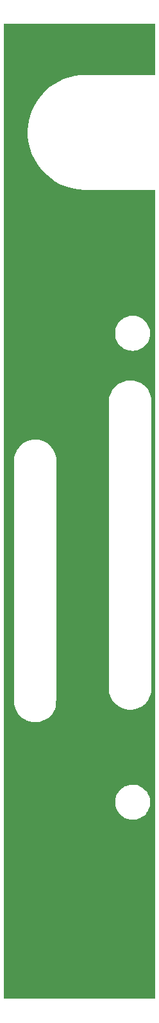
<source format=gbl>
G04 #@! TF.GenerationSoftware,KiCad,Pcbnew,8.0.2*
G04 #@! TF.CreationDate,2024-05-01T23:13:20+02:00*
G04 #@! TF.ProjectId,PetRockPanel,50657452-6f63-46b5-9061-6e656c2e6b69,rev?*
G04 #@! TF.SameCoordinates,Original*
G04 #@! TF.FileFunction,Copper,L2,Bot*
G04 #@! TF.FilePolarity,Positive*
%FSLAX46Y46*%
G04 Gerber Fmt 4.6, Leading zero omitted, Abs format (unit mm)*
G04 Created by KiCad (PCBNEW 8.0.2) date 2024-05-01 23:13:20*
%MOMM*%
%LPD*%
G01*
G04 APERTURE LIST*
G04 #@! TA.AperFunction,EtchedComponent*
%ADD10C,0.000000*%
G04 #@! TD*
G04 #@! TA.AperFunction,ComponentPad*
%ADD11C,4.000000*%
G04 #@! TD*
G04 APERTURE END LIST*
D10*
G04 #@! TA.AperFunction,EtchedComponent*
G36*
X86205083Y-40614668D02*
G01*
X86205083Y-43970061D01*
X81194473Y-43980971D01*
X80524219Y-43982399D01*
X79915162Y-43983691D01*
X79363951Y-43984944D01*
X78867232Y-43986253D01*
X78421654Y-43987715D01*
X78023866Y-43989428D01*
X77670516Y-43991486D01*
X77358252Y-43993987D01*
X77083722Y-43997027D01*
X76843574Y-44000702D01*
X76634457Y-44005109D01*
X76453018Y-44010345D01*
X76295907Y-44016505D01*
X76159771Y-44023686D01*
X76041258Y-44031985D01*
X75937016Y-44041498D01*
X75843695Y-44052321D01*
X75757941Y-44064551D01*
X75676404Y-44078285D01*
X75595731Y-44093618D01*
X75512570Y-44110647D01*
X75423571Y-44129469D01*
X75327325Y-44149774D01*
X74683726Y-44316757D01*
X74057678Y-44543612D01*
X73453390Y-44827061D01*
X72875067Y-45163821D01*
X72326918Y-45550612D01*
X71813150Y-45984154D01*
X71337969Y-46461165D01*
X70905583Y-46978364D01*
X70520198Y-47532470D01*
X70186024Y-48120204D01*
X70153855Y-48184180D01*
X69882172Y-48791039D01*
X69670058Y-49400752D01*
X69515109Y-50022890D01*
X69414924Y-50667026D01*
X69368043Y-51314803D01*
X69374390Y-52011501D01*
X69443445Y-52694781D01*
X69575664Y-53367127D01*
X69771507Y-54031029D01*
X69956892Y-54516512D01*
X70250280Y-55134742D01*
X70596529Y-55718888D01*
X70992138Y-56266321D01*
X71433601Y-56774413D01*
X71917417Y-57240537D01*
X72440082Y-57662063D01*
X72998092Y-58036364D01*
X73587945Y-58360811D01*
X74206136Y-58632777D01*
X74849162Y-58849632D01*
X75513521Y-59008750D01*
X76056682Y-59092550D01*
X76121769Y-59099285D01*
X76198454Y-59105389D01*
X76289917Y-59110893D01*
X76399344Y-59115825D01*
X76529915Y-59120216D01*
X76684815Y-59124093D01*
X76867226Y-59127488D01*
X77080332Y-59130429D01*
X77327314Y-59132945D01*
X77611357Y-59135067D01*
X77935643Y-59136823D01*
X78303355Y-59138243D01*
X78717676Y-59139356D01*
X79181788Y-59140192D01*
X79698876Y-59140780D01*
X80272121Y-59141149D01*
X80904708Y-59141330D01*
X81339510Y-59141359D01*
X86205083Y-59141359D01*
X86205083Y-112491042D01*
X86205083Y-165840724D01*
X76200000Y-165840724D01*
X66194918Y-165840724D01*
X66194918Y-139940470D01*
X80904922Y-139940470D01*
X80936639Y-140320756D01*
X81026869Y-140680939D01*
X81171410Y-141016196D01*
X81366063Y-141321705D01*
X81606626Y-141592644D01*
X81888897Y-141824189D01*
X82208677Y-142011519D01*
X82561763Y-142149811D01*
X82896951Y-142227156D01*
X83015147Y-142236270D01*
X83175772Y-142235704D01*
X83357653Y-142226818D01*
X83539623Y-142210974D01*
X83700509Y-142189532D01*
X83800635Y-142169049D01*
X84125809Y-142053625D01*
X84441923Y-141883901D01*
X84733517Y-141669807D01*
X84985129Y-141421273D01*
X85009234Y-141392821D01*
X85123705Y-141232579D01*
X85238963Y-141032442D01*
X85344123Y-140814843D01*
X85428301Y-140602212D01*
X85479058Y-140424587D01*
X85514695Y-140166401D01*
X85523940Y-139881146D01*
X85506791Y-139600658D01*
X85479058Y-139424079D01*
X85442970Y-139293456D01*
X85385687Y-139132356D01*
X85316921Y-138966968D01*
X85281609Y-138891550D01*
X85206596Y-138746373D01*
X85133907Y-138627936D01*
X85049851Y-138517794D01*
X84940736Y-138397503D01*
X84836218Y-138291516D01*
X84688368Y-138149517D01*
X84563957Y-138043749D01*
X84445156Y-137960807D01*
X84314139Y-137887287D01*
X84267709Y-137864045D01*
X84026250Y-137755873D01*
X83806699Y-137683065D01*
X83584695Y-137640013D01*
X83335877Y-137621104D01*
X83203558Y-137618963D01*
X83013401Y-137621595D01*
X82865324Y-137632260D01*
X82737077Y-137653655D01*
X82606414Y-137688476D01*
X82591157Y-137693173D01*
X82212846Y-137841303D01*
X81877601Y-138036461D01*
X81586849Y-138277458D01*
X81342014Y-138563104D01*
X81144521Y-138892209D01*
X81136932Y-138907687D01*
X81014518Y-139202584D01*
X80939788Y-139494004D01*
X80907307Y-139806130D01*
X80904922Y-139940470D01*
X66194918Y-139940470D01*
X66194918Y-110705308D01*
X67550445Y-110705308D01*
X67550458Y-111934457D01*
X67550500Y-113100717D01*
X67550576Y-114205749D01*
X67550692Y-115251211D01*
X67550852Y-116238764D01*
X67551062Y-117170068D01*
X67551328Y-118046784D01*
X67551653Y-118870570D01*
X67552043Y-119643087D01*
X67552504Y-120365995D01*
X67553041Y-121040954D01*
X67553658Y-121669623D01*
X67554361Y-122253664D01*
X67555155Y-122794735D01*
X67556045Y-123294497D01*
X67557036Y-123754610D01*
X67558134Y-124176734D01*
X67559344Y-124562529D01*
X67560671Y-124913654D01*
X67562119Y-125231770D01*
X67563694Y-125518536D01*
X67565402Y-125775613D01*
X67567247Y-126004661D01*
X67569235Y-126207340D01*
X67571370Y-126385309D01*
X67573659Y-126540228D01*
X67576105Y-126673759D01*
X67578715Y-126787559D01*
X67581492Y-126883291D01*
X67584444Y-126962612D01*
X67587574Y-127027185D01*
X67590888Y-127078667D01*
X67594390Y-127118720D01*
X67598087Y-127149004D01*
X67601571Y-127169213D01*
X67712690Y-127553096D01*
X67881425Y-127917820D01*
X68101998Y-128256371D01*
X68368628Y-128561734D01*
X68675536Y-128826896D01*
X69016942Y-129044841D01*
X69232437Y-129148537D01*
X69601373Y-129272877D01*
X69995915Y-129345895D01*
X70400664Y-129366124D01*
X70800223Y-129332094D01*
X70923191Y-129309770D01*
X71321667Y-129195401D01*
X71695993Y-129024230D01*
X72040192Y-128801187D01*
X72348288Y-128531200D01*
X72614303Y-128219195D01*
X72832261Y-127870102D01*
X72934955Y-127651003D01*
X72949860Y-127617216D01*
X72964006Y-127588414D01*
X72977413Y-127562920D01*
X72990100Y-127539056D01*
X73002089Y-127515145D01*
X73013397Y-127489508D01*
X73024046Y-127460469D01*
X73034054Y-127426349D01*
X73043441Y-127385471D01*
X73052227Y-127336158D01*
X73060432Y-127276730D01*
X73068075Y-127205512D01*
X73075177Y-127120825D01*
X73081756Y-127020992D01*
X73087833Y-126904334D01*
X73093427Y-126769175D01*
X73098558Y-126613836D01*
X73103245Y-126436641D01*
X73107509Y-126235910D01*
X73111368Y-126009968D01*
X73114843Y-125757135D01*
X73117954Y-125475735D01*
X73120720Y-125164089D01*
X73123160Y-124820520D01*
X73125295Y-124443351D01*
X73127145Y-124030904D01*
X73128728Y-123581500D01*
X73130064Y-123093463D01*
X73131174Y-122565115D01*
X73132077Y-121994778D01*
X73132792Y-121380774D01*
X73133340Y-120721426D01*
X73133740Y-120015057D01*
X73134012Y-119259987D01*
X73134175Y-118454541D01*
X73134249Y-117597039D01*
X73134254Y-116685806D01*
X73134210Y-115719162D01*
X73134136Y-114695430D01*
X73134052Y-113612933D01*
X73133977Y-112469993D01*
X73133932Y-111264932D01*
X73133926Y-110705308D01*
X73133926Y-106003875D01*
X80089073Y-106003875D01*
X80089073Y-125416963D01*
X80178122Y-125700868D01*
X80338510Y-126112704D01*
X80547278Y-126484385D01*
X80801390Y-126813162D01*
X81097809Y-127096284D01*
X81433497Y-127330999D01*
X81805419Y-127514557D01*
X82210536Y-127644209D01*
X82359080Y-127676242D01*
X82583368Y-127703888D01*
X82844275Y-127712313D01*
X83117079Y-127702391D01*
X83377059Y-127674999D01*
X83593866Y-127632496D01*
X84000610Y-127494461D01*
X84371643Y-127303530D01*
X84704394Y-127062199D01*
X84996292Y-126772963D01*
X85244767Y-126438319D01*
X85447247Y-126060761D01*
X85583505Y-125700868D01*
X85672554Y-125416963D01*
X85672554Y-106003875D01*
X85672554Y-86590788D01*
X85581898Y-86300317D01*
X85421963Y-85889270D01*
X85212411Y-85518328D01*
X84955735Y-85189912D01*
X84654432Y-84906440D01*
X84310995Y-84670333D01*
X83927919Y-84484010D01*
X83593866Y-84372221D01*
X83391264Y-84332337D01*
X83146937Y-84308385D01*
X82881714Y-84300366D01*
X82616421Y-84308278D01*
X82371885Y-84332124D01*
X82168934Y-84371901D01*
X82167761Y-84372221D01*
X81754709Y-84516886D01*
X81379295Y-84713275D01*
X81044015Y-84958967D01*
X80751364Y-85251544D01*
X80503835Y-85588585D01*
X80303924Y-85967673D01*
X80179728Y-86300317D01*
X80089073Y-86590788D01*
X80089073Y-106003875D01*
X73133926Y-106003875D01*
X73133926Y-94490170D01*
X73055427Y-94180716D01*
X72922585Y-93784789D01*
X72734617Y-93417952D01*
X72496215Y-93085029D01*
X72212067Y-92790847D01*
X71886863Y-92540229D01*
X71525293Y-92338001D01*
X71132047Y-92188988D01*
X71114571Y-92183869D01*
X71004215Y-92154486D01*
X70899655Y-92133899D01*
X70785477Y-92120630D01*
X70646269Y-92113199D01*
X70466617Y-92110127D01*
X70342186Y-92109760D01*
X70133053Y-92111032D01*
X69973023Y-92115832D01*
X69846683Y-92125639D01*
X69738618Y-92141934D01*
X69633415Y-92166193D01*
X69569800Y-92183869D01*
X69175302Y-92330495D01*
X68812279Y-92530543D01*
X68485422Y-92779188D01*
X68199420Y-93071604D01*
X67958963Y-93402966D01*
X67768739Y-93768450D01*
X67633440Y-94163230D01*
X67628944Y-94180716D01*
X67550445Y-94490170D01*
X67550445Y-110705308D01*
X66194918Y-110705308D01*
X66194918Y-101550000D01*
X66194918Y-94490170D01*
X66194918Y-86590788D01*
X66194918Y-77955818D01*
X80894018Y-77955818D01*
X80896716Y-78239437D01*
X80927264Y-78508592D01*
X80972167Y-78698545D01*
X81119627Y-79072592D01*
X81314944Y-79406692D01*
X81554852Y-79697655D01*
X81836089Y-79942291D01*
X82155391Y-80137409D01*
X82509496Y-80279821D01*
X82622618Y-80311942D01*
X82898026Y-80360698D01*
X83201314Y-80376798D01*
X83504665Y-80360211D01*
X83771267Y-80313217D01*
X84136531Y-80188599D01*
X84468509Y-80010146D01*
X84763620Y-79781332D01*
X85018283Y-79505630D01*
X85228915Y-79186512D01*
X85391937Y-78827453D01*
X85435019Y-78699682D01*
X85488083Y-78458186D01*
X85513132Y-78182827D01*
X85510165Y-77897896D01*
X85479183Y-77627681D01*
X85435019Y-77440978D01*
X85289204Y-77070908D01*
X85095482Y-76739985D01*
X84858277Y-76451535D01*
X84582016Y-76208887D01*
X84271121Y-76015369D01*
X83930018Y-75874308D01*
X83563132Y-75789032D01*
X83203558Y-75762706D01*
X82814263Y-75793039D01*
X82448039Y-75882010D01*
X82108929Y-76026576D01*
X81800976Y-76223694D01*
X81528223Y-76470321D01*
X81294713Y-76763414D01*
X81104489Y-77099931D01*
X80972167Y-77442116D01*
X80919168Y-77681967D01*
X80894018Y-77955818D01*
X66194918Y-77955818D01*
X66194918Y-37259276D01*
X76200000Y-37259276D01*
X86205083Y-37259276D01*
X86205083Y-40614668D01*
G37*
G04 #@! TD.AperFunction*
D11*
X73700000Y-40350000D03*
X73700000Y-162850000D03*
M02*

</source>
